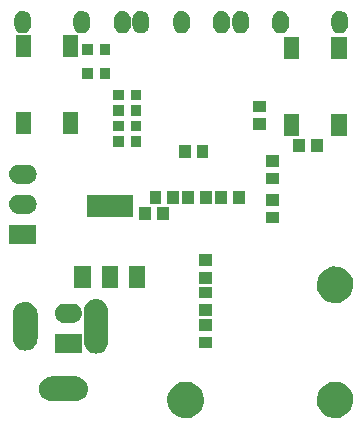
<source format=gbs>
G04 #@! TF.FileFunction,Soldermask,Bot*
%FSLAX46Y46*%
G04 Gerber Fmt 4.6, Leading zero omitted, Abs format (unit mm)*
G04 Created by KiCad (PCBNEW (2015-03-13 BZR 5510)-product) date tis  3 nov 2015 15:17:31*
%MOMM*%
G01*
G04 APERTURE LIST*
%ADD10C,0.100000*%
G04 APERTURE END LIST*
D10*
G36*
X120400000Y-87474633D02*
X120399958Y-87480579D01*
X120399946Y-87482348D01*
X120399932Y-87484371D01*
X120384703Y-87620135D01*
X120343395Y-87750356D01*
X120277579Y-87870074D01*
X120189764Y-87974728D01*
X120083294Y-88060332D01*
X119962225Y-88123626D01*
X119831167Y-88162198D01*
X119831133Y-88162201D01*
X119831120Y-88162205D01*
X119695116Y-88174583D01*
X119559294Y-88160306D01*
X119559289Y-88160304D01*
X119559245Y-88160300D01*
X119428739Y-88119901D01*
X119308565Y-88054923D01*
X119203300Y-87967841D01*
X119116955Y-87861971D01*
X119052818Y-87741346D01*
X119013331Y-87610561D01*
X119000000Y-87474597D01*
X119000000Y-87472397D01*
X119000000Y-86965403D01*
X119000000Y-86965367D01*
X119000041Y-86959420D01*
X119000068Y-86955629D01*
X119015297Y-86819865D01*
X119056605Y-86689644D01*
X119122421Y-86569926D01*
X119210236Y-86465272D01*
X119316706Y-86379668D01*
X119437775Y-86316374D01*
X119568833Y-86277802D01*
X119568866Y-86277798D01*
X119568880Y-86277795D01*
X119704884Y-86265417D01*
X119840706Y-86279694D01*
X119840710Y-86279695D01*
X119840755Y-86279700D01*
X119971261Y-86320099D01*
X120091435Y-86385077D01*
X120196700Y-86472159D01*
X120283045Y-86578029D01*
X120347182Y-86698654D01*
X120386669Y-86829439D01*
X120400000Y-86965403D01*
X120400000Y-86967603D01*
X120400000Y-87474597D01*
X120400000Y-87474633D01*
X120400000Y-87474633D01*
G37*
G36*
X120420000Y-90175000D02*
X119120000Y-90175000D01*
X119120000Y-88325000D01*
X120420000Y-88325000D01*
X120420000Y-90175000D01*
X120420000Y-90175000D01*
G37*
G36*
X120420000Y-96675000D02*
X119120000Y-96675000D01*
X119120000Y-94825000D01*
X120420000Y-94825000D01*
X120420000Y-96675000D01*
X120420000Y-96675000D01*
G37*
G36*
X120869820Y-105982000D02*
X118570180Y-105982000D01*
X118570180Y-104358000D01*
X120869820Y-104358000D01*
X120869820Y-105982000D01*
X120869820Y-105982000D01*
G37*
G36*
X120875366Y-100095667D02*
X120858806Y-100253226D01*
X120858801Y-100253239D01*
X120858798Y-100253275D01*
X120811936Y-100404663D01*
X120736562Y-100544065D01*
X120635546Y-100666171D01*
X120512737Y-100766332D01*
X120372812Y-100840731D01*
X120221101Y-100886536D01*
X120063383Y-100902000D01*
X120061183Y-100902000D01*
X119376617Y-100902000D01*
X119376581Y-100902000D01*
X119370021Y-100901954D01*
X119367304Y-100901935D01*
X119365280Y-100901921D01*
X119207793Y-100884256D01*
X119056736Y-100836338D01*
X118917864Y-100759992D01*
X118796465Y-100658127D01*
X118697164Y-100534621D01*
X118623744Y-100394181D01*
X118579000Y-100242154D01*
X118578996Y-100242120D01*
X118578993Y-100242107D01*
X118564634Y-100084333D01*
X118581194Y-99926774D01*
X118581198Y-99926760D01*
X118581202Y-99926725D01*
X118628064Y-99775337D01*
X118703438Y-99635935D01*
X118804454Y-99513829D01*
X118927263Y-99413668D01*
X119067188Y-99339269D01*
X119218899Y-99293464D01*
X119376617Y-99278000D01*
X119378817Y-99278000D01*
X120063383Y-99278000D01*
X120063419Y-99278000D01*
X120069978Y-99278045D01*
X120074720Y-99278079D01*
X120232207Y-99295744D01*
X120383264Y-99343662D01*
X120522136Y-99420008D01*
X120643535Y-99521873D01*
X120742836Y-99645379D01*
X120816256Y-99785819D01*
X120861000Y-99937846D01*
X120861003Y-99937879D01*
X120861007Y-99937893D01*
X120875366Y-100095667D01*
X120875366Y-100095667D01*
G37*
G36*
X120875366Y-102635667D02*
X120858806Y-102793226D01*
X120858801Y-102793239D01*
X120858798Y-102793275D01*
X120811936Y-102944663D01*
X120736562Y-103084065D01*
X120635546Y-103206171D01*
X120512737Y-103306332D01*
X120372812Y-103380731D01*
X120221101Y-103426536D01*
X120063383Y-103442000D01*
X120061183Y-103442000D01*
X119376617Y-103442000D01*
X119376581Y-103442000D01*
X119370021Y-103441954D01*
X119367304Y-103441935D01*
X119365280Y-103441921D01*
X119207793Y-103424256D01*
X119056736Y-103376338D01*
X118917864Y-103299992D01*
X118796465Y-103198127D01*
X118697164Y-103074621D01*
X118623744Y-102934181D01*
X118579000Y-102782154D01*
X118578996Y-102782120D01*
X118578993Y-102782107D01*
X118564634Y-102624333D01*
X118581194Y-102466774D01*
X118581198Y-102466760D01*
X118581202Y-102466725D01*
X118628064Y-102315337D01*
X118703438Y-102175935D01*
X118804454Y-102053829D01*
X118927263Y-101953668D01*
X119067188Y-101879269D01*
X119218899Y-101833464D01*
X119376617Y-101818000D01*
X119378817Y-101818000D01*
X120063383Y-101818000D01*
X120063419Y-101818000D01*
X120069978Y-101818045D01*
X120074720Y-101818079D01*
X120232207Y-101835744D01*
X120383264Y-101883662D01*
X120522136Y-101960008D01*
X120643535Y-102061873D01*
X120742836Y-102185379D01*
X120816256Y-102325819D01*
X120861000Y-102477846D01*
X120861003Y-102477879D01*
X120861007Y-102477893D01*
X120875366Y-102635667D01*
X120875366Y-102635667D01*
G37*
G36*
X120958410Y-113980716D02*
X120958343Y-113990200D01*
X120958322Y-113993310D01*
X120958308Y-113995333D01*
X120935476Y-114198881D01*
X120873543Y-114394118D01*
X120774868Y-114573607D01*
X120643210Y-114730512D01*
X120483582Y-114858856D01*
X120302066Y-114953750D01*
X120105575Y-115011581D01*
X120105541Y-115011584D01*
X120105528Y-115011588D01*
X119901595Y-115030147D01*
X119697940Y-115008742D01*
X119697926Y-115008737D01*
X119697891Y-115008734D01*
X119502226Y-114948166D01*
X119322053Y-114850747D01*
X119164233Y-114720187D01*
X119034777Y-114561459D01*
X118938618Y-114380610D01*
X118879417Y-114184527D01*
X118859430Y-113980680D01*
X118859430Y-113978480D01*
X118859430Y-111959320D01*
X118859430Y-111959284D01*
X118859496Y-111949799D01*
X118859532Y-111944667D01*
X118882364Y-111741119D01*
X118944297Y-111545882D01*
X119042972Y-111366393D01*
X119174630Y-111209488D01*
X119334258Y-111081144D01*
X119515774Y-110986250D01*
X119712265Y-110928419D01*
X119712298Y-110928415D01*
X119712312Y-110928412D01*
X119916245Y-110909853D01*
X120119900Y-110931258D01*
X120119913Y-110931262D01*
X120119949Y-110931266D01*
X120315614Y-110991834D01*
X120495787Y-111089253D01*
X120653607Y-111219813D01*
X120783063Y-111378541D01*
X120879222Y-111559390D01*
X120938423Y-111755473D01*
X120958410Y-111959320D01*
X120958410Y-111961520D01*
X120958410Y-113980680D01*
X120958410Y-113980716D01*
X120958410Y-113980716D01*
G37*
G36*
X124420000Y-90175000D02*
X123120000Y-90175000D01*
X123120000Y-88325000D01*
X124420000Y-88325000D01*
X124420000Y-90175000D01*
X124420000Y-90175000D01*
G37*
G36*
X124420000Y-96675000D02*
X123120000Y-96675000D01*
X123120000Y-94825000D01*
X124420000Y-94825000D01*
X124420000Y-96675000D01*
X124420000Y-96675000D01*
G37*
G36*
X124729820Y-115212000D02*
X122430180Y-115212000D01*
X122430180Y-113588000D01*
X124729820Y-113588000D01*
X124729820Y-115212000D01*
X124729820Y-115212000D01*
G37*
G36*
X124735366Y-111865667D02*
X124718806Y-112023226D01*
X124718801Y-112023239D01*
X124718798Y-112023275D01*
X124671936Y-112174663D01*
X124596562Y-112314065D01*
X124495546Y-112436171D01*
X124372737Y-112536332D01*
X124232812Y-112610731D01*
X124081101Y-112656536D01*
X123923383Y-112672000D01*
X123921183Y-112672000D01*
X123236617Y-112672000D01*
X123236581Y-112672000D01*
X123230021Y-112671954D01*
X123227304Y-112671935D01*
X123225280Y-112671921D01*
X123067793Y-112654256D01*
X122916736Y-112606338D01*
X122777864Y-112529992D01*
X122656465Y-112428127D01*
X122557164Y-112304621D01*
X122483744Y-112164181D01*
X122439000Y-112012154D01*
X122438996Y-112012120D01*
X122438993Y-112012107D01*
X122424634Y-111854333D01*
X122441194Y-111696774D01*
X122441198Y-111696760D01*
X122441202Y-111696725D01*
X122488064Y-111545337D01*
X122563438Y-111405935D01*
X122664454Y-111283829D01*
X122787263Y-111183668D01*
X122927188Y-111109269D01*
X123078899Y-111063464D01*
X123236617Y-111048000D01*
X123238817Y-111048000D01*
X123923383Y-111048000D01*
X123923419Y-111048000D01*
X123929978Y-111048045D01*
X123934720Y-111048079D01*
X124092207Y-111065744D01*
X124243264Y-111113662D01*
X124382136Y-111190008D01*
X124503535Y-111291873D01*
X124602836Y-111415379D01*
X124676256Y-111555819D01*
X124721000Y-111707846D01*
X124721003Y-111707879D01*
X124721007Y-111707893D01*
X124735366Y-111865667D01*
X124735366Y-111865667D01*
G37*
G36*
X125220267Y-118278305D02*
X125198862Y-118481960D01*
X125198857Y-118481973D01*
X125198854Y-118482009D01*
X125138286Y-118677674D01*
X125040867Y-118857847D01*
X124910307Y-119015667D01*
X124751579Y-119145123D01*
X124570730Y-119241282D01*
X124374647Y-119300483D01*
X124170800Y-119320470D01*
X124168600Y-119320470D01*
X122149440Y-119320470D01*
X122149404Y-119320470D01*
X122139919Y-119320403D01*
X122136810Y-119320382D01*
X122134787Y-119320368D01*
X121931239Y-119297536D01*
X121736002Y-119235603D01*
X121556513Y-119136928D01*
X121399608Y-119005270D01*
X121271264Y-118845642D01*
X121176370Y-118664126D01*
X121118539Y-118467635D01*
X121118535Y-118467601D01*
X121118532Y-118467588D01*
X121099973Y-118263655D01*
X121121378Y-118060000D01*
X121121382Y-118059986D01*
X121121386Y-118059951D01*
X121181954Y-117864286D01*
X121279373Y-117684113D01*
X121409933Y-117526293D01*
X121568661Y-117396837D01*
X121749510Y-117300678D01*
X121945593Y-117241477D01*
X122149440Y-117221490D01*
X122151640Y-117221490D01*
X124170800Y-117221490D01*
X124170836Y-117221490D01*
X124180320Y-117221556D01*
X124185453Y-117221592D01*
X124389001Y-117244424D01*
X124584238Y-117306357D01*
X124763727Y-117405032D01*
X124920632Y-117536690D01*
X125048976Y-117696318D01*
X125143870Y-117877834D01*
X125201701Y-118074325D01*
X125201704Y-118074358D01*
X125201708Y-118074372D01*
X125220267Y-118278305D01*
X125220267Y-118278305D01*
G37*
G36*
X125400000Y-87474633D02*
X125399958Y-87480579D01*
X125399946Y-87482348D01*
X125399932Y-87484371D01*
X125384703Y-87620135D01*
X125343395Y-87750356D01*
X125277579Y-87870074D01*
X125189764Y-87974728D01*
X125083294Y-88060332D01*
X124962225Y-88123626D01*
X124831167Y-88162198D01*
X124831133Y-88162201D01*
X124831120Y-88162205D01*
X124695116Y-88174583D01*
X124559294Y-88160306D01*
X124559289Y-88160304D01*
X124559245Y-88160300D01*
X124428739Y-88119901D01*
X124308565Y-88054923D01*
X124203300Y-87967841D01*
X124116955Y-87861971D01*
X124052818Y-87741346D01*
X124013331Y-87610561D01*
X124000000Y-87474597D01*
X124000000Y-87472397D01*
X124000000Y-86965403D01*
X124000000Y-86965367D01*
X124000041Y-86959420D01*
X124000068Y-86955629D01*
X124015297Y-86819865D01*
X124056605Y-86689644D01*
X124122421Y-86569926D01*
X124210236Y-86465272D01*
X124316706Y-86379668D01*
X124437775Y-86316374D01*
X124568833Y-86277802D01*
X124568866Y-86277798D01*
X124568880Y-86277795D01*
X124704884Y-86265417D01*
X124840706Y-86279694D01*
X124840710Y-86279695D01*
X124840755Y-86279700D01*
X124971261Y-86320099D01*
X125091435Y-86385077D01*
X125196700Y-86472159D01*
X125283045Y-86578029D01*
X125347182Y-86698654D01*
X125386669Y-86829439D01*
X125400000Y-86965403D01*
X125400000Y-86967603D01*
X125400000Y-87474597D01*
X125400000Y-87474633D01*
X125400000Y-87474633D01*
G37*
G36*
X125479000Y-109760170D02*
X124078520Y-109760170D01*
X124078520Y-107859310D01*
X125479000Y-107859310D01*
X125479000Y-109760170D01*
X125479000Y-109760170D01*
G37*
G36*
X125629480Y-89968780D02*
X124731920Y-89968780D01*
X124731920Y-89071220D01*
X125629480Y-89071220D01*
X125629480Y-89968780D01*
X125629480Y-89968780D01*
G37*
G36*
X125629480Y-92018780D02*
X124731920Y-92018780D01*
X124731920Y-91121220D01*
X125629480Y-91121220D01*
X125629480Y-92018780D01*
X125629480Y-92018780D01*
G37*
G36*
X126960430Y-114232117D02*
X126960363Y-114241601D01*
X126960342Y-114244711D01*
X126960328Y-114246734D01*
X126937496Y-114450282D01*
X126875563Y-114645519D01*
X126776888Y-114825008D01*
X126645230Y-114981913D01*
X126485602Y-115110257D01*
X126304086Y-115205151D01*
X126107595Y-115262982D01*
X126107561Y-115262985D01*
X126107548Y-115262989D01*
X125903615Y-115281548D01*
X125699960Y-115260143D01*
X125699946Y-115260138D01*
X125699911Y-115260135D01*
X125504246Y-115199567D01*
X125324073Y-115102148D01*
X125166253Y-114971588D01*
X125036797Y-114812860D01*
X124940638Y-114632011D01*
X124881437Y-114435928D01*
X124861450Y-114232081D01*
X124861450Y-114229881D01*
X124861450Y-111707919D01*
X124861450Y-111707883D01*
X124861516Y-111698398D01*
X124861552Y-111693266D01*
X124884384Y-111489718D01*
X124946317Y-111294481D01*
X125044992Y-111114992D01*
X125176650Y-110958087D01*
X125336278Y-110829743D01*
X125517794Y-110734849D01*
X125714285Y-110677018D01*
X125714318Y-110677014D01*
X125714332Y-110677011D01*
X125918265Y-110658452D01*
X126121920Y-110679857D01*
X126121933Y-110679861D01*
X126121969Y-110679865D01*
X126317634Y-110740433D01*
X126497807Y-110837852D01*
X126655627Y-110968412D01*
X126785083Y-111127140D01*
X126881242Y-111307989D01*
X126940443Y-111504072D01*
X126960430Y-111707919D01*
X126960430Y-111710119D01*
X126960430Y-114232081D01*
X126960430Y-114232117D01*
X126960430Y-114232117D01*
G37*
G36*
X127128080Y-89968780D02*
X126230520Y-89968780D01*
X126230520Y-89071220D01*
X127128080Y-89071220D01*
X127128080Y-89968780D01*
X127128080Y-89968780D01*
G37*
G36*
X127128080Y-92018780D02*
X126230520Y-92018780D01*
X126230520Y-91121220D01*
X127128080Y-91121220D01*
X127128080Y-92018780D01*
X127128080Y-92018780D01*
G37*
G36*
X127780240Y-109760170D02*
X126379760Y-109760170D01*
X126379760Y-107859310D01*
X127780240Y-107859310D01*
X127780240Y-109760170D01*
X127780240Y-109760170D01*
G37*
G36*
X128239480Y-96458780D02*
X127341920Y-96458780D01*
X127341920Y-95561220D01*
X128239480Y-95561220D01*
X128239480Y-96458780D01*
X128239480Y-96458780D01*
G37*
G36*
X128239480Y-97788780D02*
X127341920Y-97788780D01*
X127341920Y-96891220D01*
X128239480Y-96891220D01*
X128239480Y-97788780D01*
X128239480Y-97788780D01*
G37*
G36*
X128249480Y-95168780D02*
X127351920Y-95168780D01*
X127351920Y-94271220D01*
X128249480Y-94271220D01*
X128249480Y-95168780D01*
X128249480Y-95168780D01*
G37*
G36*
X128259480Y-93828780D02*
X127361920Y-93828780D01*
X127361920Y-92931220D01*
X128259480Y-92931220D01*
X128259480Y-93828780D01*
X128259480Y-93828780D01*
G37*
G36*
X128860000Y-87474633D02*
X128859958Y-87480579D01*
X128859946Y-87482348D01*
X128859932Y-87484371D01*
X128844703Y-87620135D01*
X128803395Y-87750356D01*
X128737579Y-87870074D01*
X128649764Y-87974728D01*
X128543294Y-88060332D01*
X128422225Y-88123626D01*
X128291167Y-88162198D01*
X128291133Y-88162201D01*
X128291120Y-88162205D01*
X128155116Y-88174583D01*
X128019294Y-88160306D01*
X128019289Y-88160304D01*
X128019245Y-88160300D01*
X127888739Y-88119901D01*
X127768565Y-88054923D01*
X127663300Y-87967841D01*
X127576955Y-87861971D01*
X127512818Y-87741346D01*
X127473331Y-87610561D01*
X127460000Y-87474597D01*
X127460000Y-87472397D01*
X127460000Y-86965403D01*
X127460000Y-86965367D01*
X127460041Y-86959420D01*
X127460068Y-86955629D01*
X127475297Y-86819865D01*
X127516605Y-86689644D01*
X127582421Y-86569926D01*
X127670236Y-86465272D01*
X127776706Y-86379668D01*
X127897775Y-86316374D01*
X128028833Y-86277802D01*
X128028866Y-86277798D01*
X128028880Y-86277795D01*
X128164884Y-86265417D01*
X128300706Y-86279694D01*
X128300710Y-86279695D01*
X128300755Y-86279700D01*
X128431261Y-86320099D01*
X128551435Y-86385077D01*
X128656700Y-86472159D01*
X128743045Y-86578029D01*
X128807182Y-86698654D01*
X128846669Y-86829439D01*
X128860000Y-86965403D01*
X128860000Y-86967603D01*
X128860000Y-87474597D01*
X128860000Y-87474633D01*
X128860000Y-87474633D01*
G37*
G36*
X129029920Y-103760690D02*
X125130080Y-103760690D01*
X125130080Y-101859830D01*
X129029920Y-101859830D01*
X129029920Y-103760690D01*
X129029920Y-103760690D01*
G37*
G36*
X129738080Y-96458780D02*
X128840520Y-96458780D01*
X128840520Y-95561220D01*
X129738080Y-95561220D01*
X129738080Y-96458780D01*
X129738080Y-96458780D01*
G37*
G36*
X129738080Y-97788780D02*
X128840520Y-97788780D01*
X128840520Y-96891220D01*
X129738080Y-96891220D01*
X129738080Y-97788780D01*
X129738080Y-97788780D01*
G37*
G36*
X129748080Y-95168780D02*
X128850520Y-95168780D01*
X128850520Y-94271220D01*
X129748080Y-94271220D01*
X129748080Y-95168780D01*
X129748080Y-95168780D01*
G37*
G36*
X129758080Y-93828780D02*
X128860520Y-93828780D01*
X128860520Y-92931220D01*
X129758080Y-92931220D01*
X129758080Y-93828780D01*
X129758080Y-93828780D01*
G37*
G36*
X130081480Y-109760170D02*
X128681000Y-109760170D01*
X128681000Y-107859310D01*
X130081480Y-107859310D01*
X130081480Y-109760170D01*
X130081480Y-109760170D01*
G37*
G36*
X130400000Y-87474633D02*
X130399958Y-87480579D01*
X130399946Y-87482348D01*
X130399932Y-87484371D01*
X130384703Y-87620135D01*
X130343395Y-87750356D01*
X130277579Y-87870074D01*
X130189764Y-87974728D01*
X130083294Y-88060332D01*
X129962225Y-88123626D01*
X129831167Y-88162198D01*
X129831133Y-88162201D01*
X129831120Y-88162205D01*
X129695116Y-88174583D01*
X129559294Y-88160306D01*
X129559289Y-88160304D01*
X129559245Y-88160300D01*
X129428739Y-88119901D01*
X129308565Y-88054923D01*
X129203300Y-87967841D01*
X129116955Y-87861971D01*
X129052818Y-87741346D01*
X129013331Y-87610561D01*
X129000000Y-87474597D01*
X129000000Y-87472397D01*
X129000000Y-86965403D01*
X129000000Y-86965367D01*
X129000041Y-86959420D01*
X129000068Y-86955629D01*
X129015297Y-86819865D01*
X129056605Y-86689644D01*
X129122421Y-86569926D01*
X129210236Y-86465272D01*
X129316706Y-86379668D01*
X129437775Y-86316374D01*
X129568833Y-86277802D01*
X129568866Y-86277798D01*
X129568880Y-86277795D01*
X129704884Y-86265417D01*
X129840706Y-86279694D01*
X129840710Y-86279695D01*
X129840755Y-86279700D01*
X129971261Y-86320099D01*
X130091435Y-86385077D01*
X130196700Y-86472159D01*
X130283045Y-86578029D01*
X130347182Y-86698654D01*
X130386669Y-86829439D01*
X130400000Y-86965403D01*
X130400000Y-86967603D01*
X130400000Y-87474597D01*
X130400000Y-87474633D01*
X130400000Y-87474633D01*
G37*
G36*
X130577740Y-103970380D02*
X129578580Y-103970380D01*
X129578580Y-102869620D01*
X130577740Y-102869620D01*
X130577740Y-103970380D01*
X130577740Y-103970380D01*
G37*
G36*
X131447740Y-102650380D02*
X130448580Y-102650380D01*
X130448580Y-101549620D01*
X131447740Y-101549620D01*
X131447740Y-102650380D01*
X131447740Y-102650380D01*
G37*
G36*
X132081420Y-103970380D02*
X131082260Y-103970380D01*
X131082260Y-102869620D01*
X132081420Y-102869620D01*
X132081420Y-103970380D01*
X132081420Y-103970380D01*
G37*
G36*
X132951420Y-102650380D02*
X131952260Y-102650380D01*
X131952260Y-101549620D01*
X132951420Y-101549620D01*
X132951420Y-102650380D01*
X132951420Y-102650380D01*
G37*
G36*
X133860000Y-87474633D02*
X133859958Y-87480579D01*
X133859946Y-87482348D01*
X133859932Y-87484371D01*
X133844703Y-87620135D01*
X133803395Y-87750356D01*
X133737579Y-87870074D01*
X133649764Y-87974728D01*
X133543294Y-88060332D01*
X133422225Y-88123626D01*
X133291167Y-88162198D01*
X133291133Y-88162201D01*
X133291120Y-88162205D01*
X133155116Y-88174583D01*
X133019294Y-88160306D01*
X133019289Y-88160304D01*
X133019245Y-88160300D01*
X132888739Y-88119901D01*
X132768565Y-88054923D01*
X132663300Y-87967841D01*
X132576955Y-87861971D01*
X132512818Y-87741346D01*
X132473331Y-87610561D01*
X132460000Y-87474597D01*
X132460000Y-87472397D01*
X132460000Y-86965403D01*
X132460000Y-86965367D01*
X132460041Y-86959420D01*
X132460068Y-86955629D01*
X132475297Y-86819865D01*
X132516605Y-86689644D01*
X132582421Y-86569926D01*
X132670236Y-86465272D01*
X132776706Y-86379668D01*
X132897775Y-86316374D01*
X133028833Y-86277802D01*
X133028866Y-86277798D01*
X133028880Y-86277795D01*
X133164884Y-86265417D01*
X133300706Y-86279694D01*
X133300710Y-86279695D01*
X133300755Y-86279700D01*
X133431261Y-86320099D01*
X133551435Y-86385077D01*
X133656700Y-86472159D01*
X133743045Y-86578029D01*
X133807182Y-86698654D01*
X133846669Y-86829439D01*
X133860000Y-86965403D01*
X133860000Y-86967603D01*
X133860000Y-87474597D01*
X133860000Y-87474633D01*
X133860000Y-87474633D01*
G37*
G36*
X133917740Y-98740380D02*
X132918580Y-98740380D01*
X132918580Y-97639620D01*
X133917740Y-97639620D01*
X133917740Y-98740380D01*
X133917740Y-98740380D01*
G37*
G36*
X134227740Y-102650380D02*
X133228580Y-102650380D01*
X133228580Y-101549620D01*
X134227740Y-101549620D01*
X134227740Y-102650380D01*
X134227740Y-102650380D01*
G37*
G36*
X135050067Y-119048015D02*
X135045219Y-119395207D01*
X135045142Y-119395545D01*
X135045142Y-119395553D01*
X134977878Y-119691622D01*
X134854241Y-119969315D01*
X134679023Y-120217703D01*
X134458891Y-120427331D01*
X134202244Y-120590204D01*
X133918843Y-120700129D01*
X133619492Y-120752912D01*
X133315588Y-120746546D01*
X133018703Y-120681272D01*
X132740161Y-120559579D01*
X132490549Y-120386095D01*
X132279394Y-120167437D01*
X132114733Y-119911934D01*
X132002833Y-119629308D01*
X131947960Y-119330325D01*
X131952205Y-119026385D01*
X132015402Y-118729061D01*
X132135151Y-118449667D01*
X132306884Y-118198857D01*
X132524065Y-117986178D01*
X132778416Y-117819735D01*
X133060253Y-117705866D01*
X133358836Y-117648908D01*
X133662803Y-117651030D01*
X133960567Y-117712153D01*
X134240784Y-117829945D01*
X134492788Y-117999923D01*
X134706979Y-118215615D01*
X134875194Y-118468798D01*
X134991027Y-118749830D01*
X135050001Y-119047671D01*
X135050000Y-119047680D01*
X135050067Y-119048015D01*
X135050067Y-119048015D01*
G37*
G36*
X135421420Y-98740380D02*
X134422260Y-98740380D01*
X134422260Y-97639620D01*
X135421420Y-97639620D01*
X135421420Y-98740380D01*
X135421420Y-98740380D01*
G37*
G36*
X135730380Y-107887740D02*
X134629620Y-107887740D01*
X134629620Y-106888580D01*
X135730380Y-106888580D01*
X135730380Y-107887740D01*
X135730380Y-107887740D01*
G37*
G36*
X135730380Y-109391420D02*
X134629620Y-109391420D01*
X134629620Y-108392260D01*
X135730380Y-108392260D01*
X135730380Y-109391420D01*
X135730380Y-109391420D01*
G37*
G36*
X135730380Y-110617740D02*
X134629620Y-110617740D01*
X134629620Y-109618580D01*
X135730380Y-109618580D01*
X135730380Y-110617740D01*
X135730380Y-110617740D01*
G37*
G36*
X135730380Y-112121420D02*
X134629620Y-112121420D01*
X134629620Y-111122260D01*
X135730380Y-111122260D01*
X135730380Y-112121420D01*
X135730380Y-112121420D01*
G37*
G36*
X135730380Y-113337740D02*
X134629620Y-113337740D01*
X134629620Y-112338580D01*
X135730380Y-112338580D01*
X135730380Y-113337740D01*
X135730380Y-113337740D01*
G37*
G36*
X135730380Y-114841420D02*
X134629620Y-114841420D01*
X134629620Y-113842260D01*
X135730380Y-113842260D01*
X135730380Y-114841420D01*
X135730380Y-114841420D01*
G37*
G36*
X135731420Y-102650380D02*
X134732260Y-102650380D01*
X134732260Y-101549620D01*
X135731420Y-101549620D01*
X135731420Y-102650380D01*
X135731420Y-102650380D01*
G37*
G36*
X136987740Y-102650380D02*
X135988580Y-102650380D01*
X135988580Y-101549620D01*
X136987740Y-101549620D01*
X136987740Y-102650380D01*
X136987740Y-102650380D01*
G37*
G36*
X137240000Y-87474633D02*
X137239958Y-87480579D01*
X137239946Y-87482348D01*
X137239932Y-87484371D01*
X137224703Y-87620135D01*
X137183395Y-87750356D01*
X137117579Y-87870074D01*
X137029764Y-87974728D01*
X136923294Y-88060332D01*
X136802225Y-88123626D01*
X136671167Y-88162198D01*
X136671133Y-88162201D01*
X136671120Y-88162205D01*
X136535116Y-88174583D01*
X136399294Y-88160306D01*
X136399289Y-88160304D01*
X136399245Y-88160300D01*
X136268739Y-88119901D01*
X136148565Y-88054923D01*
X136043300Y-87967841D01*
X135956955Y-87861971D01*
X135892818Y-87741346D01*
X135853331Y-87610561D01*
X135840000Y-87474597D01*
X135840000Y-87472397D01*
X135840000Y-86965403D01*
X135840000Y-86965367D01*
X135840041Y-86959420D01*
X135840068Y-86955629D01*
X135855297Y-86819865D01*
X135896605Y-86689644D01*
X135962421Y-86569926D01*
X136050236Y-86465272D01*
X136156706Y-86379668D01*
X136277775Y-86316374D01*
X136408833Y-86277802D01*
X136408866Y-86277798D01*
X136408880Y-86277795D01*
X136544884Y-86265417D01*
X136680706Y-86279694D01*
X136680710Y-86279695D01*
X136680755Y-86279700D01*
X136811261Y-86320099D01*
X136931435Y-86385077D01*
X137036700Y-86472159D01*
X137123045Y-86578029D01*
X137187182Y-86698654D01*
X137226669Y-86829439D01*
X137240000Y-86965403D01*
X137240000Y-86967603D01*
X137240000Y-87474597D01*
X137240000Y-87474633D01*
X137240000Y-87474633D01*
G37*
G36*
X138491420Y-102650380D02*
X137492260Y-102650380D01*
X137492260Y-101549620D01*
X138491420Y-101549620D01*
X138491420Y-102650380D01*
X138491420Y-102650380D01*
G37*
G36*
X138860000Y-87474633D02*
X138859958Y-87480579D01*
X138859946Y-87482348D01*
X138859932Y-87484371D01*
X138844703Y-87620135D01*
X138803395Y-87750356D01*
X138737579Y-87870074D01*
X138649764Y-87974728D01*
X138543294Y-88060332D01*
X138422225Y-88123626D01*
X138291167Y-88162198D01*
X138291133Y-88162201D01*
X138291120Y-88162205D01*
X138155116Y-88174583D01*
X138019294Y-88160306D01*
X138019289Y-88160304D01*
X138019245Y-88160300D01*
X137888739Y-88119901D01*
X137768565Y-88054923D01*
X137663300Y-87967841D01*
X137576955Y-87861971D01*
X137512818Y-87741346D01*
X137473331Y-87610561D01*
X137460000Y-87474597D01*
X137460000Y-87472397D01*
X137460000Y-86965403D01*
X137460000Y-86965367D01*
X137460041Y-86959420D01*
X137460068Y-86955629D01*
X137475297Y-86819865D01*
X137516605Y-86689644D01*
X137582421Y-86569926D01*
X137670236Y-86465272D01*
X137776706Y-86379668D01*
X137897775Y-86316374D01*
X138028833Y-86277802D01*
X138028866Y-86277798D01*
X138028880Y-86277795D01*
X138164884Y-86265417D01*
X138300706Y-86279694D01*
X138300710Y-86279695D01*
X138300755Y-86279700D01*
X138431261Y-86320099D01*
X138551435Y-86385077D01*
X138656700Y-86472159D01*
X138743045Y-86578029D01*
X138807182Y-86698654D01*
X138846669Y-86829439D01*
X138860000Y-86965403D01*
X138860000Y-86967603D01*
X138860000Y-87474597D01*
X138860000Y-87474633D01*
X138860000Y-87474633D01*
G37*
G36*
X140290380Y-94857740D02*
X139189620Y-94857740D01*
X139189620Y-93858580D01*
X140290380Y-93858580D01*
X140290380Y-94857740D01*
X140290380Y-94857740D01*
G37*
G36*
X140290380Y-96361420D02*
X139189620Y-96361420D01*
X139189620Y-95362260D01*
X140290380Y-95362260D01*
X140290380Y-96361420D01*
X140290380Y-96361420D01*
G37*
G36*
X141370380Y-99457740D02*
X140269620Y-99457740D01*
X140269620Y-98458580D01*
X141370380Y-98458580D01*
X141370380Y-99457740D01*
X141370380Y-99457740D01*
G37*
G36*
X141370380Y-100961420D02*
X140269620Y-100961420D01*
X140269620Y-99962260D01*
X141370380Y-99962260D01*
X141370380Y-100961420D01*
X141370380Y-100961420D01*
G37*
G36*
X141370380Y-102757740D02*
X140269620Y-102757740D01*
X140269620Y-101758580D01*
X141370380Y-101758580D01*
X141370380Y-102757740D01*
X141370380Y-102757740D01*
G37*
G36*
X141370380Y-104261420D02*
X140269620Y-104261420D01*
X140269620Y-103262260D01*
X141370380Y-103262260D01*
X141370380Y-104261420D01*
X141370380Y-104261420D01*
G37*
G36*
X142240000Y-87474633D02*
X142239958Y-87480579D01*
X142239946Y-87482348D01*
X142239932Y-87484371D01*
X142224703Y-87620135D01*
X142183395Y-87750356D01*
X142117579Y-87870074D01*
X142029764Y-87974728D01*
X141923294Y-88060332D01*
X141802225Y-88123626D01*
X141671167Y-88162198D01*
X141671133Y-88162201D01*
X141671120Y-88162205D01*
X141535116Y-88174583D01*
X141399294Y-88160306D01*
X141399289Y-88160304D01*
X141399245Y-88160300D01*
X141268739Y-88119901D01*
X141148565Y-88054923D01*
X141043300Y-87967841D01*
X140956955Y-87861971D01*
X140892818Y-87741346D01*
X140853331Y-87610561D01*
X140840000Y-87474597D01*
X140840000Y-87472397D01*
X140840000Y-86965403D01*
X140840000Y-86965367D01*
X140840041Y-86959420D01*
X140840068Y-86955629D01*
X140855297Y-86819865D01*
X140896605Y-86689644D01*
X140962421Y-86569926D01*
X141050236Y-86465272D01*
X141156706Y-86379668D01*
X141277775Y-86316374D01*
X141408833Y-86277802D01*
X141408866Y-86277798D01*
X141408880Y-86277795D01*
X141544884Y-86265417D01*
X141680706Y-86279694D01*
X141680710Y-86279695D01*
X141680755Y-86279700D01*
X141811261Y-86320099D01*
X141931435Y-86385077D01*
X142036700Y-86472159D01*
X142123045Y-86578029D01*
X142187182Y-86698654D01*
X142226669Y-86829439D01*
X142240000Y-86965403D01*
X142240000Y-86967603D01*
X142240000Y-87474597D01*
X142240000Y-87474633D01*
X142240000Y-87474633D01*
G37*
G36*
X143140000Y-90345000D02*
X141840000Y-90345000D01*
X141840000Y-88495000D01*
X143140000Y-88495000D01*
X143140000Y-90345000D01*
X143140000Y-90345000D01*
G37*
G36*
X143140000Y-96845000D02*
X141840000Y-96845000D01*
X141840000Y-94995000D01*
X143140000Y-94995000D01*
X143140000Y-96845000D01*
X143140000Y-96845000D01*
G37*
G36*
X143627740Y-98220380D02*
X142628580Y-98220380D01*
X142628580Y-97119620D01*
X143627740Y-97119620D01*
X143627740Y-98220380D01*
X143627740Y-98220380D01*
G37*
G36*
X145131420Y-98220380D02*
X144132260Y-98220380D01*
X144132260Y-97119620D01*
X145131420Y-97119620D01*
X145131420Y-98220380D01*
X145131420Y-98220380D01*
G37*
G36*
X147140000Y-90345000D02*
X145840000Y-90345000D01*
X145840000Y-88495000D01*
X147140000Y-88495000D01*
X147140000Y-90345000D01*
X147140000Y-90345000D01*
G37*
G36*
X147140000Y-96845000D02*
X145840000Y-96845000D01*
X145840000Y-94995000D01*
X147140000Y-94995000D01*
X147140000Y-96845000D01*
X147140000Y-96845000D01*
G37*
G36*
X147240000Y-87474633D02*
X147239958Y-87480579D01*
X147239946Y-87482348D01*
X147239932Y-87484371D01*
X147224703Y-87620135D01*
X147183395Y-87750356D01*
X147117579Y-87870074D01*
X147029764Y-87974728D01*
X146923294Y-88060332D01*
X146802225Y-88123626D01*
X146671167Y-88162198D01*
X146671133Y-88162201D01*
X146671120Y-88162205D01*
X146535116Y-88174583D01*
X146399294Y-88160306D01*
X146399289Y-88160304D01*
X146399245Y-88160300D01*
X146268739Y-88119901D01*
X146148565Y-88054923D01*
X146043300Y-87967841D01*
X145956955Y-87861971D01*
X145892818Y-87741346D01*
X145853331Y-87610561D01*
X145840000Y-87474597D01*
X145840000Y-87472397D01*
X145840000Y-86965403D01*
X145840000Y-86965367D01*
X145840041Y-86959420D01*
X145840068Y-86955629D01*
X145855297Y-86819865D01*
X145896605Y-86689644D01*
X145962421Y-86569926D01*
X146050236Y-86465272D01*
X146156706Y-86379668D01*
X146277775Y-86316374D01*
X146408833Y-86277802D01*
X146408866Y-86277798D01*
X146408880Y-86277795D01*
X146544884Y-86265417D01*
X146680706Y-86279694D01*
X146680710Y-86279695D01*
X146680755Y-86279700D01*
X146811261Y-86320099D01*
X146931435Y-86385077D01*
X147036700Y-86472159D01*
X147123045Y-86578029D01*
X147187182Y-86698654D01*
X147226669Y-86829439D01*
X147240000Y-86965403D01*
X147240000Y-86967603D01*
X147240000Y-87474597D01*
X147240000Y-87474633D01*
X147240000Y-87474633D01*
G37*
G36*
X147700067Y-109308015D02*
X147695219Y-109655207D01*
X147695142Y-109655545D01*
X147695142Y-109655553D01*
X147627878Y-109951622D01*
X147504241Y-110229315D01*
X147329023Y-110477703D01*
X147108891Y-110687331D01*
X146852244Y-110850204D01*
X146568843Y-110960129D01*
X146269492Y-111012912D01*
X145965588Y-111006546D01*
X145668703Y-110941272D01*
X145390161Y-110819579D01*
X145140549Y-110646095D01*
X144929394Y-110427437D01*
X144764733Y-110171934D01*
X144652833Y-109889308D01*
X144597960Y-109590325D01*
X144602205Y-109286385D01*
X144665402Y-108989061D01*
X144785151Y-108709667D01*
X144956884Y-108458857D01*
X145174065Y-108246178D01*
X145428416Y-108079735D01*
X145710253Y-107965866D01*
X146008836Y-107908908D01*
X146312803Y-107911030D01*
X146610567Y-107972153D01*
X146890784Y-108089945D01*
X147142788Y-108259923D01*
X147356979Y-108475615D01*
X147525194Y-108728798D01*
X147641027Y-109009830D01*
X147700001Y-109307671D01*
X147700000Y-109307680D01*
X147700067Y-109308015D01*
X147700067Y-109308015D01*
G37*
G36*
X147700067Y-119048015D02*
X147695219Y-119395207D01*
X147695142Y-119395545D01*
X147695142Y-119395553D01*
X147627878Y-119691622D01*
X147504241Y-119969315D01*
X147329023Y-120217703D01*
X147108891Y-120427331D01*
X146852244Y-120590204D01*
X146568843Y-120700129D01*
X146269492Y-120752912D01*
X145965588Y-120746546D01*
X145668703Y-120681272D01*
X145390161Y-120559579D01*
X145140549Y-120386095D01*
X144929394Y-120167437D01*
X144764733Y-119911934D01*
X144652833Y-119629308D01*
X144597960Y-119330325D01*
X144602205Y-119026385D01*
X144665402Y-118729061D01*
X144785151Y-118449667D01*
X144956884Y-118198857D01*
X145174065Y-117986178D01*
X145428416Y-117819735D01*
X145710253Y-117705866D01*
X146008836Y-117648908D01*
X146312803Y-117651030D01*
X146610567Y-117712153D01*
X146890784Y-117829945D01*
X147142788Y-117999923D01*
X147356979Y-118215615D01*
X147525194Y-118468798D01*
X147641027Y-118749830D01*
X147700001Y-119047671D01*
X147700000Y-119047680D01*
X147700067Y-119048015D01*
X147700067Y-119048015D01*
G37*
M02*

</source>
